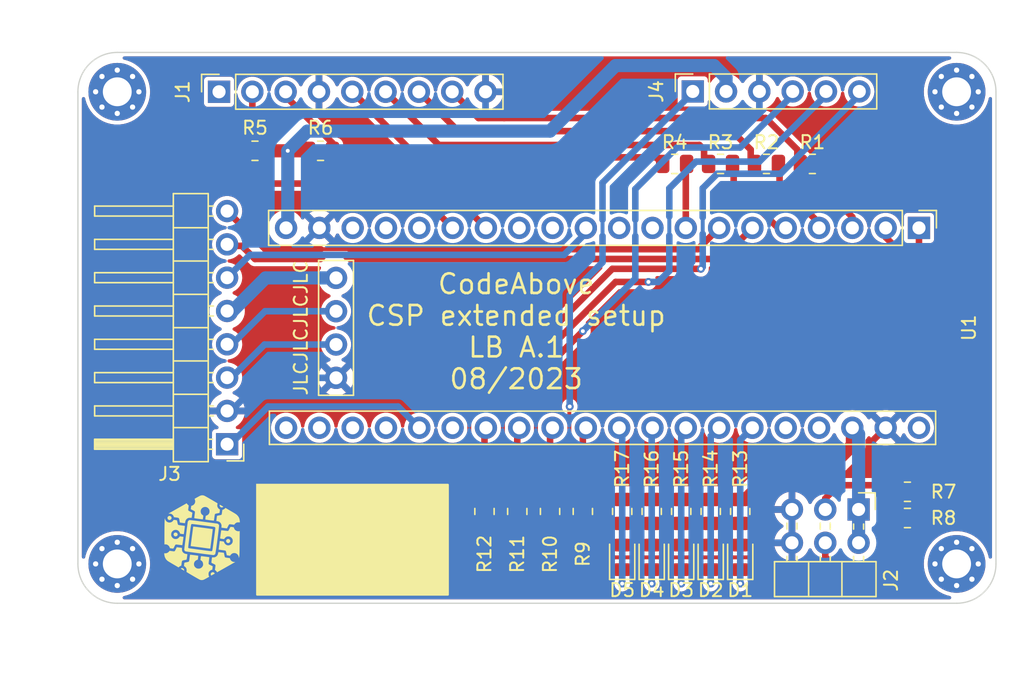
<source format=kicad_pcb>
(kicad_pcb (version 20211014) (generator pcbnew)
  (layers (0 "F.Cu" signal) (31 "B.Cu" signal) (34 "B.Paste" user) (35 "F.Paste" user) (36 "B.SilkS" user "B.Silkscreen") (37 "F.SilkS" user "F.Silkscreen") (38 "B.Mask" user) (39 "F.Mask" user) (44 "Edge.Cuts" user))
  (net 0 "")
  (net 1 "GND")
  (net 2 "+3.3V")
  (net 3 "LED_1")
  (net 4 "Net-(D1-Pad2)")
  (net 5 "LED_2")
  (net 6 "Net-(D2-Pad2)")
  (net 7 "LED_3")
  (net 8 "Net-(D3-Pad2)")
  (net 9 "LED_4")
  (net 10 "Net-(D4-Pad2)")
  (net 11 "LED_5")
  (net 12 "Net-(D5-Pad2)")
  (net 14 "I2C_SDA")
  (net 15 "I2C_SCL")
  (net 16 "Net-(J1-Pad5)")
  (net 17 "Net-(J1-Pad6)")
  (net 18 "Net-(J1-Pad7)")
  (net 19 "Net-(J1-Pad8)")
  (net 20 "Net-(J2-Pad3)")
  (net 21 "Net-(J2-Pad4)")
  (net 22 "NRST")
  (net 23 "SWCLK")
  (net 24 "SWDIO")
  (net 25 "SWO")
  (net 26 "DEBUG_RX")
  (net 27 "DEBUG_TX")
  (net 28 "Net-(J4-Pad1)")
  (net 29 "Net-(J4-Pad4)")
  (net 30 "Net-(J4-Pad5)")
  (net 31 "Net-(J4-Pad6)")
  (net 32 "SIG_1")
  (net 33 "SIG_2")
  (net 34 "SIG_3")
  (net 35 "SIG_4")
  (net 36 "HW_ADDR_0")
  (net 37 "HW_ADDR_1")
  (net 38 "BT_EN")
  (net 39 "BT_TXD")
  (net 40 "BT_RXD")
  (net 41 "BT_STATE")
  (footprint "Resistor_SMD:R_0805_2012Metric" (layer "F.Cu") (at 156 95 -90)
    (fp_text reference "R10" (at 3.25 0 90) (layer "F.SilkS"))
    (fp_text value "R")
    (pad "1" smd roundrect (at -0.9125 0 270) (size 1.025 1.4) (layers "F.Cu" "F.Paste" "F.Mask") (roundrect_rratio 0.243902439) (net 39 "BT_TXD"))
    (pad "2" smd roundrect (at 0.9125 0 270) (size 1.025 1.4) (layers "F.Cu" "F.Paste" "F.Mask") (roundrect_rratio 0.243902439) (net 29 "Net-(J4-Pad4)"))
  )
  (footprint "Resistor_SMD:R_0805_2012Metric" (layer "F.Cu") (at 170.5 95 90)
    (fp_text reference "R13" (at 3.25 0 90) (layer "F.SilkS"))
    (fp_text value "1.5K")
    (pad "1" smd roundrect (at -0.9125 0 90) (size 1.025 1.4) (layers "F.Cu" "F.Paste" "F.Mask") (roundrect_rratio 0.243902439) (net 4 "Net-(D1-Pad2)"))
    (pad "2" smd roundrect (at 0.9125 0 90) (size 1.025 1.4) (layers "F.Cu" "F.Paste" "F.Mask") (roundrect_rratio 0.243902439) (net 2 "+3.3V"))
  )
  (footprint "Resistor_SMD:R_0805_2012Metric" (layer "F.Cu") (at 158.5 95 -90)
    (fp_text reference "R9" (at 3.25 0 -90) (layer "F.SilkS"))
    (fp_text value "R")
    (pad "1" smd roundrect (at -0.9125 0 270) (size 1.025 1.4) (layers "F.Cu" "F.Paste" "F.Mask") (roundrect_rratio 0.243902439) (net 38 "BT_EN"))
    (pad "2" smd roundrect (at 0.9125 0 270) (size 1.025 1.4) (layers "F.Cu" "F.Paste" "F.Mask") (roundrect_rratio 0.243902439) (net 28 "Net-(J4-Pad1)"))
  )
  (footprint "Resistor_SMD:R_0805_2012Metric" (layer "F.Cu") (at 163.75 95 90)
    (fp_text reference "R16" (at 3.25 0 90) (layer "F.SilkS"))
    (fp_text value "1.5K")
    (pad "1" smd roundrect (at -0.9125 0 90) (size 1.025 1.4) (layers "F.Cu" "F.Paste" "F.Mask") (roundrect_rratio 0.243902439) (net 10 "Net-(D4-Pad2)"))
    (pad "2" smd roundrect (at 0.9125 0 90) (size 1.025 1.4) (layers "F.Cu" "F.Paste" "F.Mask") (roundrect_rratio 0.243902439) (net 2 "+3.3V"))
  )
  (footprint "Resistor_SMD:R_0805_2012Metric" (layer "F.Cu") (at 169 68.5)
    (fp_text reference "R3" (at 0 -1.65) (layer "F.SilkS"))
    (fp_text value "R")
    (pad "1" smd roundrect (at -0.9125 0) (size 1.025 1.4) (layers "F.Cu" "F.Paste" "F.Mask") (roundrect_rratio 0.243902439) (net 17 "Net-(J1-Pad6)"))
    (pad "2" smd roundrect (at 0.9125 0) (size 1.025 1.4) (layers "F.Cu" "F.Paste" "F.Mask") (roundrect_rratio 0.243902439) (net 34 "SIG_3"))
  )
  (footprint "Connector_PinSocket_2.54mm:PinSocket_1x06_P2.54mm_Vertical" (layer "F.Cu") (at 166.88 62.975 90)
    (fp_text reference "J4" (at 0 -2.77 90) (layer "F.SilkS"))
    (fp_text value "HC-05")
    (pad "1" thru_hole rect (at 0 0 90) (size 1.7 1.7) (drill 1) (layers *.Cu *.Mask) (net 28 "Net-(J4-Pad1)"))
    (pad "2" thru_hole oval (at 0 2.54 90) (size 1.7 1.7) (drill 1) (layers *.Cu *.Mask) (net 2 "+3.3V"))
    (pad "3" thru_hole oval (at 0 5.08 90) (size 1.7 1.7) (drill 1) (layers *.Cu *.Mask) (net 1 "GND"))
    (pad "4" thru_hole oval (at 0 7.62 90) (size 1.7 1.7) (drill 1) (layers *.Cu *.Mask) (net 29 "Net-(J4-Pad4)"))
    (pad "5" thru_hole oval (at 0 10.16 90) (size 1.7 1.7) (drill 1) (layers *.Cu *.Mask) (net 30 "Net-(J4-Pad5)"))
    (pad "6" thru_hole oval (at 0 12.7 90) (size 1.7 1.7) (drill 1) (layers *.Cu *.Mask) (net 31 "Net-(J4-Pad6)"))
  )
  (footprint "MountingHole:MountingHole_2.2mm_M2_Pad_Via" (layer "F.Cu") (at 187 99)
    (fp_text reference "H4" hide)
    (fp_text value "MountingHole")
    (pad "1" thru_hole circle (at 0 0) (size 4.4 4.4) (drill 2.2) (layers *.Cu *.Mask))
    (pad "1" thru_hole circle (at -1.166726 -1.166726) (size 0.7 0.7) (drill 0.4) (layers *.Cu *.Mask))
    (pad "1" thru_hole circle (at 1.166726 1.166726) (size 0.7 0.7) (drill 0.4) (layers *.Cu *.Mask))
    (pad "1" thru_hole circle (at 0 -1.65) (size 0.7 0.7) (drill 0.4) (layers *.Cu *.Mask))
    (pad "1" thru_hole circle (at 1.166726 -1.166726) (size 0.7 0.7) (drill 0.4) (layers *.Cu *.Mask))
    (pad "1" thru_hole circle (at 1.65 0) (size 0.7 0.7) (drill 0.4) (layers *.Cu *.Mask))
    (pad "1" thru_hole circle (at -1.166726 1.166726) (size 0.7 0.7) (drill 0.4) (layers *.Cu *.Mask))
    (pad "1" thru_hole circle (at -1.65 0) (size 0.7 0.7) (drill 0.4) (layers *.Cu *.Mask))
    (pad "1" thru_hole circle (at 0 1.65) (size 0.7 0.7) (drill 0.4) (layers *.Cu *.Mask))
  )
  (footprint "LED_SMD:LED_0805_2012Metric" (layer "F.Cu") (at 163.75 98.5 90)
    (fp_text reference "D4" (at -2.5 0 180) (layer "F.SilkS"))
    (fp_text value "LED")
    (pad "1" smd roundrect (at -0.9375 0 90) (size 0.975 1.4) (layers "F.Cu" "F.Paste" "F.Mask") (net 9 "LED_4"))
    (pad "2" smd roundrect (at 0.9375 0 90) (size 0.975 1.4) (layers "F.Cu" "F.Paste" "F.Mask") (net 10 "Net-(D4-Pad2)"))
  )
  (footprint "Connector_PinHeader_2.54mm:PinHeader_2x03_P2.54mm_Horizontal" (layer "F.Cu") (at 179.525 94.85 -90)
    (fp_text reference "J2" (at 5.4 -2.475 90) (layer "F.SilkS"))
    (fp_text value "HARDWARE_ADDRESS")
    (pad "1" thru_hole rect (at 0 0 270) (size 1.7 1.7) (drill 1) (layers *.Cu *.Mask) (net 2 "+3.3V"))
    (pad "2" thru_hole oval (at 2.54 0 270) (size 1.7 1.7) (drill 1) (layers *.Cu *.Mask) (net 2 "+3.3V"))
    (pad "3" thru_hole oval (at 0 2.54 270) (size 1.7 1.7) (drill 1) (layers *.Cu *.Mask) (net 20 "Net-(J2-Pad3)"))
    (pad "4" thru_hole oval (at 2.54 2.54 270) (size 1.7 1.7) (drill 1) (layers *.Cu *.Mask) (net 21 "Net-(J2-Pad4)"))
    (pad "5" thru_hole oval (at 0 5.08 270) (size 1.7 1.7) (drill 1) (layers *.Cu *.Mask) (net 1 "GND"))
    (pad "6" thru_hole oval (at 2.54 5.08 270) (size 1.7 1.7) (drill 1) (layers *.Cu *.Mask) (net 1 "GND"))
  )
  (footprint "MountingHole:MountingHole_2.2mm_M2_Pad_Via" (layer "F.Cu") (at 123 99)
    (fp_text reference "H2" hide)
    (fp_text value "MountingHole")
    (pad "1" thru_hole circle (at 1.65 0) (size 0.7 0.7) (drill 0.4) (layers *.Cu *.Mask))
    (pad "1" thru_hole circle (at 1.166726 1.166726) (size 0.7 0.7) (drill 0.4) (layers *.Cu *.Mask))
    (pad "1" thru_hole circle (at 0 -1.65) (size 0.7 0.7) (drill 0.4) (layers *.Cu *.Mask))
    (pad "1" thru_hole circle (at -1.166726 -1.166726) (size 0.7 0.7) (drill 0.4) (layers *.Cu *.Mask))
    (pad "1" thru_hole circle (at 0 0) (size 4.4 4.4) (drill 2.2) (layers *.Cu *.Mask))
    (pad "1" thru_hole circle (at 1.166726 -1.166726) (size 0.7 0.7) (drill 0.4) (layers *.Cu *.Mask))
    (pad "1" thru_hole circle (at -1.166726 1.166726) (size 0.7 0.7) (drill 0.4) (layers *.Cu *.Mask))
    (pad "1" thru_hole circle (at 0 1.65) (size 0.7 0.7) (drill 0.4) (layers *.Cu *.Mask))
    (pad "1" thru_hole circle (at -1.65 0) (size 0.7 0.7) (drill 0.4) (layers *.Cu *.Mask))
  )
  (footprint "Resistor_SMD:R_0805_2012Metric" (layer "F.Cu") (at 183.25 95.5)
    (fp_text reference "R8" (at 2.75 0) (layer "F.SilkS"))
    (fp_text value "R")
    (pad "1" smd roundrect (at -0.9125 0) (size 1.025 1.4) (layers "F.Cu" "F.Paste" "F.Mask") (roundrect_rratio 0.243902439) (net 21 "Net-(J2-Pad4)"))
    (pad "2" smd roundrect (at 0.9125 0) (size 1.025 1.4) (layers "F.Cu" "F.Paste" "F.Mask") (roundrect_rratio 0.243902439) (net 36 "HW_ADDR_0"))
  )
  (footprint "Resistor_SMD:R_0805_2012Metric" (layer "F.Cu") (at 153.5 95 -90)
    (fp_text reference "R11" (at 3.25 0 90) (layer "F.SilkS"))
    (fp_text value "R")
    (pad "1" smd roundrect (at -0.9125 0 270) (size 1.025 1.4) (layers "F.Cu" "F.Paste" "F.Mask") (roundrect_rratio 0.243902439) (net 40 "BT_RXD"))
    (pad "2" smd roundrect (at 0.9125 0 270) (size 1.025 1.4) (layers "F.Cu" "F.Paste" "F.Mask") (roundrect_rratio 0.243902439) (net 30 "Net-(J4-Pad5)"))
  )
  (footprint "Connector_PinSocket_2.54mm:PinSocket_1x09_P2.54mm_Vertical" (layer "F.Cu") (at 130.76 63 90)
    (fp_text reference "J1" (at 0 -2.77 90) (layer "F.SilkS"))
    (fp_text value "NETWORK")
    (pad "1" thru_hole rect (at 0 0 90) (size 1.7 1.7) (drill 1) (layers *.Cu *.Mask))
    (pad "2" thru_hole oval (at 0 2.54 90) (size 1.7 1.7) (drill 1) (layers *.Cu *.Mask) (net 14 "I2C_SDA"))
    (pad "3" thru_hole oval (at 0 5.08 90) (size 1.7 1.7) (drill 1) (layers *.Cu *.Mask) (net 15 "I2C_SCL"))
    (pad "4" thru_hole oval (at 0 7.62 90) (size 1.7 1.7) (drill 1) (layers *.Cu *.Mask) (net 1 "GND"))
    (pad "5" thru_hole oval (at 0 10.16 90) (size 1.7 1.7) (drill 1) (layers *.Cu *.Mask) (net 16 "Net-(J1-Pad5)"))
    (pad "6" thru_hole oval (at 0 12.7 90) (size 1.7 1.7) (drill 1) (layers *.Cu *.Mask) (net 17 "Net-(J1-Pad6)"))
    (pad "7" thru_hole oval (at 0 15.24 90) (size 1.7 1.7) (drill 1) (layers *.Cu *.Mask) (net 18 "Net-(J1-Pad7)"))
    (pad "8" thru_hole oval (at 0 17.78 90) (size 1.7 1.7) (drill 1) (layers *.Cu *.Mask) (net 19 "Net-(J1-Pad8)"))
    (pad "9" thru_hole oval (at 0 20.32 90) (size 1.7 1.7) (drill 1) (layers *.Cu *.Mask) (net 1 "GND"))
  )
  (footprint "MountingHole:MountingHole_2.2mm_M2_Pad_Via" (layer "F.Cu") (at 123 63)
    (fp_text reference "H1" hide)
    (fp_text value "MountingHole")
    (pad "1" thru_hole circle (at 1.166726 1.166726) (size 0.7 0.7) (drill 0.4) (layers *.Cu *.Mask))
    (pad "1" thru_hole circle (at 1.166726 -1.166726) (size 0.7 0.7) (drill 0.4) (layers *.Cu *.Mask))
    (pad "1" thru_hole circle (at 0 -1.65) (size 0.7 0.7) (drill 0.4) (layers *.Cu *.Mask))
    (pad "1" thru_hole circle (at 0 0) (size 4.4 4.4) (drill 2.2) (layers *.Cu *.Mask))
    (pad "1" thru_hole circle (at -1.166726 1.166726) (size 0.7 0.7) (drill 0.4) (layers *.Cu *.Mask))
    (pad "1" thru_hole circle (at -1.166726 -1.166726) (size 0.7 0.7) (drill 0.4) (layers *.Cu *.Mask))
    (pad "1" thru_hole circle (at -1.65 0) (size 0.7 0.7) (drill 0.4) (layers *.Cu *.Mask))
    (pad "1" thru_hole circle (at 0 1.65) (size 0.7 0.7) (drill 0.4) (layers *.Cu *.Mask))
    (pad "1" thru_hole circle (at 1.65 0) (size 0.7 0.7) (drill 0.4) (layers *.Cu *.Mask))
  )
  (footprint "Resistor_SMD:R_0805_2012Metric" (layer "F.Cu") (at 176 68.5)
    (fp_text reference "R1" (at 0 -1.65) (layer "F.SilkS"))
    (fp_text value "R")
    (pad "1" smd roundrect (at -0.9125 0) (size 1.025 1.4) (layers "F.Cu" "F.Paste" "F.Mask") (roundrect_rratio 0.243902439) (net 19 "Net-(J1-Pad8)"))
    (pad "2" smd roundrect (at 0.9125 0) (size 1.025 1.4) (layers "F.Cu" "F.Paste" "F.Mask") (roundrect_rratio 0.243902439) (net 32 "SIG_1"))
  )
  (footprint "CodeAbove:Logo_7x7mm" (layer "F.Cu") (at 129.5 97.028)
    (fp_text reference "G***" hide)
    (fp_text value "LOGO" hide)
  )
  (footprint "Resistor_SMD:R_0805_2012Metric" (layer "F.Cu") (at 183.25 93.5 180)
    (fp_text reference "R7" (at -2.75 0) (layer "F.SilkS"))
    (fp_text value "R")
    (pad "1" smd roundrect (at -0.9125 0 180) (size 1.025 1.4) (layers "F.Cu" "F.Paste" "F.Mask") (roundrect_rratio 0.243902439) (net 37 "HW_ADDR_1"))
    (pad "2" smd roundrect (at 0.9125 0 180) (size 1.025 1.4) (layers "F.Cu" "F.Paste" "F.Mask") (roundrect_rratio 0.243902439) (net 20 "Net-(J2-Pad3)"))
  )
  (footprint "Resistor_SMD:R_0805_2012Metric" (layer "F.Cu") (at 168.25 95 90)
    (fp_text reference "R14" (at 3.25 0 90) (layer "F.SilkS"))
    (fp_text value "1.5K")
    (pad "1" smd roundrect (at -0.9125 0 90) (size 1.025 1.4) (layers "F.Cu" "F.Paste" "F.Mask") (roundrect_rratio 0.243902439) (net 6 "Net-(D2-Pad2)"))
    (pad "2" smd roundrect (at 0.9125 0 90) (size 1.025 1.4) (layers "F.Cu" "F.Paste" "F.Mask") (roundrect_rratio 0.243902439) (net 2 "+3.3V"))
  )
  (footprint "Kicad-STM32:YAAJ_WeAct_BlackPill_SWD_2" (layer "F.Cu") (at 184.13 73.38 -90)
    (fp_text reference "U1" (at 7.62 -3.81 90) (layer "F.SilkS"))
    (fp_text value "YAAJ_WeAct_BlackPill_Part_Like_SWD_Breakout" hide)
    (pad "1" thru_hole rect (at 0 0 270) (size 1.7 1.7) (drill 1) (layers *.Cu *.Mask) (net 36 "HW_ADDR_0"))
    (pad "2" thru_hole circle (at 0 2.54 270) (size 1.7 1.7) (drill 1) (layers *.Cu *.Mask) (net 37 "HW_ADDR_1"))
    (pad "3" thru_hole circle (at 0 5.08 270) (size 1.7 1.7) (drill 1) (layers *.Cu *.Mask) (net 32 "SIG_1"))
    (pad "4" thru_hole circle (at 0 7.62 270) (size 1.7 1.7) (drill 1) (layers *.Cu *.Mask) (net 33 "SIG_2"))
    (pad "5" thru_hole circle (at 0 10.16 270) (size 1.7 1.7) (drill 1) (layers *.Cu *.Mask) (net 34 "SIG_3"))
    (pad "6" thru_hole circle (at 0 12.7 270) (size 1.7 1.7) (drill 1) (layers *.Cu *.Mask) (net 27 "DEBUG_TX"))
    (pad "7" thru_hole circle (at 0 15.24 270) (size 1.7 1.7) (drill 1) (layers *.Cu *.Mask) (net 26 "DEBUG_RX"))
    (pad "8" thru_hole circle (at 0 17.78 270) (size 1.7 1.7) (drill 1) (layers *.Cu *.Mask) (net 35 "SIG_4"))
    (pad "9" thru_hole circle (at 0 20.32 270) (size 1.7 1.7) (drill 1) (layers *.Cu *.Mask))
    (pad "10" thru_hole circle (at 0 22.86 270) (size 1.7 1.7) (drill 1) (layers *.Cu *.Mask))
    (pad "11" thru_hole circle (at 0 25.4 270) (size 1.7 1.7) (drill 1) (layers *.Cu *.Mask) (net 25 "SWO"))
    (pad "12" thru_hole circle (at 0 27.94 270) (size 1.7 1.7) (drill 1) (layers *.Cu *.Mask))
    (pad "13" thru_hole circle (at 0 30.48 270) (size 1.7 1.7) (drill 1) (layers *.Cu *.Mask))
    (pad "14" thru_hole circle (at 0 33.02 270) (size 1.7 1.7) (drill 1) (layers *.Cu *.Mask) (net 15 "I2C_SCL"))
    (pad "15" thru_hole circle (at 0 35.56 270) (size 1.7 1.7) (drill 1) (layers *.Cu *.Mask) (net 14 "I2C_SDA"))
    (pad "16" thru_hole circle (at 0 38.1 270) (size 1.7 1.7) (drill 1) (layers *.Cu *.Mask))
    (pad "17" thru_hole circle (at 0 40.64 270) (size 1.7 1.7) (drill 1) (layers *.Cu *.Mask))
    (pad "18" thru_hole circle (at 0 43.18 270) (size 1.7 1.7) (drill 1) (layers *.Cu *.Mask))
    (pad "19" thru_hole circle (at 0 45.72 270) (size 1.7 1.7) (drill 1) (layers *.Cu *.Mask) (net 1 "GND"))
    (pad "20" thru_hole circle (at 0 48.26 270) (size 1.7 1.7) (drill 1) (layers *.Cu *.Mask) (net 2 "+3.3V"))
    (pad "21" thru_hole circle (at 15.24 48.26 270) (size 1.7 1.7) (drill 1) (layers *.Cu *.Mask))
    (pad "22" thru_hole circle (at 15.24 45.72 270) (size 1.7 1.7) (drill 1) (layers *.Cu *.Mask))
    (pad "23" thru_hole circle (at 15.24 43.18 270) (size 1.7 1.7) (drill 1) (layers *.Cu *.Mask))
    (pad "24" thru_hole circle (at 15.24 40.64 270) (size 1.7 1.7) (drill 1) (layers *.Cu *.Mask))
    (pad "25" thru_hole circle (at 15.24 38.1 270) (size 1.7 1.7) (drill 1) (layers *.Cu *.Mask) (net 22 "NRST"))
    (pad "26" thru_hole circle (at 15.24 35.56 270) (size 1.7 1.7) (drill 1) (layers *.Cu *.Mask))
    (pad "27" thru_hole circle (at 15.24 33.02 270) (size 1.7 1.7) (drill 1) (layers *.Cu *.Mask) (net 41 "BT_STATE"))
    (pad "28" thru_hole circle (at 15.24 30.48 270) (size 1.7 1.7) (drill 1) (layers *.Cu *.Mask) (net 40 "BT_RXD"))
    (pad "29" thru_hole circle (at 15.24 27.94 270) (size 1.7 1.7) (drill 1) (layers *.Cu *.Mask) (net 39 "BT_TXD"))
    (pad "30" thru_hole circle (at 15.24 25.4 270) (size 1.7 1.7) (drill 1) (layers *.Cu *.Mask) (net 38 "BT_EN"))
    (pad "31" thru_hole circle (at 15.24 22.86 270) (size 1.7 1.7) (drill 1) (layers *.Cu *.Mask) (net 11 "LED_5"))
    (pad "32" thru_hole circle (at 15.24 20.32 270) (size 1.7 1.7) (drill 1) (layers *.Cu *.Mask) (net 9 "LED_4"))
    (pad "33" thru_hole circle (at 15.24 17.78 270) (size 1.7 1.7) (drill 1) (layers *.Cu *.Mask) (net 7 "LED_3"))
    (pad "34" thru_hole circle (at 15.24 15.24 270) (size 1.7 1.7) (drill 1) (layers *.Cu *.Mask) (net 5 "LED_2"))
    (pad "35" thru_hole circle (at 15.24 12.7 270) (size 1.7 1.7) (drill 1) (layers *.Cu *.Mask) (net 3 "LED_1"))
    (pad "36" thru_hole circle (at 15.24 10.16 270) (size 1.7 1.7) (drill 1) (layers *.Cu *.Mask))
    (pad "37" thru_hole circle (at 15.24 7.62 270) (size 1.7 1.7) (drill 1) (layers *.Cu *.Mask))
    (pad "38" thru_hole circle (at 15.24 5.08 270) (size 1.7 1.7) (drill 1) (layers *.Cu *.Mask) (net 2 "+3.3V"))
    (pad "39" thru_hole circle (at 15.24 2.54 270) (size 1.7 1.7) (drill 1) (layers *.Cu *.Mask) (net 1 "GND"))
    (pad "40" thru_hole circle (at 15.24 0 270) (size 1.7 1.7) (drill 1) (layers *.Cu *.Mask))
    (pad "41" thru_hole circle (at 11.432 44.449 270) (size 1.7 1.7) (drill 1) (layers *.Cu *.Mask) (net 1 "GND"))
    (pad "42" thru_hole circle (at 8.892 44.449 270) (size 1.7 1.7) (drill 1) (layers *.Cu *.Mask) (net 23 "SWCLK"))
    (pad "43" thru_hole circle (at 6.352 44.449 270) (size 1.7 1.7) (drill 1) (layers *.Cu *.Mask) (net 24 "SWDIO"))
    (pad "44" thru_hole circle (at 3.812 44.449 270) (size 1.7 1.7) (drill 1) (layers *.Cu *.Mask) (net 2 "+3.3V"))
  )
  (footprint "LED_SMD:LED_0805_2012Metric" (layer "F.Cu") (at 168.25 98.5 90)
    (fp_text reference "D2" (at -2.5 0 180) (layer "F.SilkS"))
    (fp_text value "LED")
    (pad "1" smd roundrect (at -0.9375 0 90) (size 0.975 1.4) (layers "F.Cu" "F.Paste" "F.Mask") (net 5 "LED_2"))
    (pad "2" smd roundrect (at 0.9375 0 90) (size 0.975 1.4) (layers "F.Cu" "F.Paste" "F.Mask") (net 6 "Net-(D2-Pad2)"))
  )
  (footprint "LED_SMD:LED_0805_2012Metric" (layer "F.Cu") (at 170.5 98.5 90)
    (fp_text reference "D1" (at -2.5 0) (layer "F.SilkS"))
    (fp_text value "LED")
    (pad "1" smd roundrect (at -0.9375 0 90) (size 0.975 1.4) (layers "F.Cu" "F.Paste" "F.Mask") (net 3 "LED_1"))
    (pad "2" smd roundrect (at 0.9375 0 90) (size 0.975 1.4) (layers "F.Cu" "F.Paste" "F.Mask") (net 4 "Net-(D1-Pad2)"))
  )
  (footprint "Resistor_SMD:R_0805_2012Metric" (layer "F.Cu") (at 161.5 95 90)
    (fp_text reference "R17" (at 3.25 0 90) (layer "F.SilkS"))
    (fp_text value "1.5K")
    (pad "1" smd roundrect (at -0.9125 0 90) (size 1.025 1.4) (layers "F.Cu" "F.Paste" "F.Mask") (roundrect_rratio 0.243902439) (net 12 "Net-(D5-Pad2)"))
    (pad "2" smd roundrect (at 0.9125 0 90) (size 1.025 1.4) (layers "F.Cu" "F.Paste" "F.Mask") (roundrect_rratio 0.243902439) (net 2 "+3.3V"))
  )
  (footprint "Resistor_SMD:R_0805_2012Metric" (layer "F.Cu") (at 165.5 68.5)
    (fp_text reference "R4" (at 0 -1.65) (layer "F.SilkS"))
    (fp_text value "R")
    (pad "1" smd roundrect (at -0.9125 0) (size 1.025 1.4) (layers "F.Cu" "F.Paste" "F.Mask") (roundrect_rratio 0.243902439) (net 16 "Net-(J1-Pad5)"))
    (pad "2" smd roundrect (at 0.9125 0) (size 1.025 1.4) (layers "F.Cu" "F.Paste" "F.Mask") (roundrect_rratio 0.243902439) (net 35 "SIG_4"))
  )
  (footprint "Resistor_SMD:R_0805_2012Metric" (layer "F.Cu") (at 133.5 67.5 180)
    (fp_text reference "R5" (at 0 1.75) (layer "F.SilkS"))
    (fp_text value "R")
    (pad "1" smd roundrect (at -0.9125 0 180) (size 1.025 1.4) (layers "F.Cu" "F.Paste" "F.Mask") (roundrect_rratio 0.243902439) (net 2 "+3.3V"))
    (pad "2" smd roundrect (at 0.9125 0 180) (size 1.025 1.4) (layers "F.Cu" "F.Paste" "F.Mask") (roundrect_rratio 0.243902439) (net 14 "I2C_SDA"))
  )
  (footprint "Resistor_SMD:R_0805_2012Metric" (layer "F.Cu") (at 172.5 68.5)
    (fp_text reference "R2" (at 0 -1.65) (layer "F.SilkS"))
    (fp_text value "R")
    (pad "1" smd roundrect (at -0.9125 0) (size 1.025 1.4) (layers "F.Cu" "F.Paste" "F.Mask") (roundrect_rratio 0.243902439) (net 18 "Net-(J1-Pad7)"))
    (pad "2" smd roundrect (at 0.9125 0) (size 1.025 1.4) (layers "F.Cu" "F.Paste" "F.Mask") (roundrect_rratio 0.243902439) (net 33 "SIG_2"))
  )
  (footprint "Resistor_SMD:R_0805_2012Metric" (layer "F.Cu") (at 166 95 90)
    (fp_text reference "R15" (at 3.25 0 90) (layer "F.SilkS"))
    (fp_text value "1.5K")
    (pad "1" smd roundrect (at -0.9125 0 90) (size 1.025 1.4) (layers "F.Cu" "F.Paste" "F.Mask") (roundrect_rratio 0.243902439) (net 8 "Net-(D3-Pad2)"))
    (pad "2" smd roundrect (at 0.9125 0 90) (size 1.025 1.4) (layers "F.Cu" "F.Paste" "F.Mask") (roundrect_rratio 0.243902439) (net 2 "+3.3V"))
  )
  (footprint "Resistor_SMD:R_0805_2012Metric" (layer "F.Cu") (at 138.5 67.5 180)
    (fp_text reference "R6" (at 0 1.75) (layer "F.SilkS"))
    (fp_text value "R")
    (pad "1" smd roundrect (at -0.9125 0 180) (size 1.025 1.4) (layers "F.Cu" "F.Paste" "F.Mask") (roundrect_rratio 0.243902439) (net 15 "I2C_SCL"))
    (pad "2" smd roundrect (at 0.9125 0 180) (size 1.025 1.4) (layers "F.Cu" "F.Paste" "F.Mask") (roundrect_rratio 0.243902439) (net 2 "+3.3V"))
  )
  (footprint "Resistor_SMD:R_0805_2012Metric" (layer "F.Cu") (at 151 95 -90)
    (fp_text reference "R12" (at 3.25 0 90) (layer "F.SilkS"))
    (fp_text value "R")
    (pad "1" smd roundrect (at -0.9125 0 270) (size 1.025 1.4) (layers "F.Cu" "F.Paste" "F.Mask") (roundrect_rratio 0.243902439) (net 41 "BT_STATE"))
    (pad "2" smd roundrect (at 0.9125 0 270) (size 1.025 1.4) (layers "F.Cu" "F.Paste" "F.Mask") (roundrect_rratio 0.243902439) (net 31 "Net-(J4-Pad6)"))
  )
  (footprint "LED_SMD:LED_0805_2012Metric" (layer "F.Cu") (at 166 98.5 90)
    (fp_text reference "D3" (at -2.5 0 180) (layer "F.SilkS"))
    (fp_text value "LED")
    (pad "1" smd roundrect (at -0.9375 0 90) (size 0.975 1.4) (layers "F.Cu" "F.Paste" "F.Mask") (net 7 "LED_3"))
    (pad "2" smd roundrect (at 0.9375 0 90) (size 0.975 1.4) (layers "F.Cu" "F.Paste" "F.Mask") (net 8 "Net-(D3-Pad2)"))
  )
  (footprint "MountingHole:MountingHole_2.2mm_M2_Pad_Via" (layer "F.Cu") (at 187 63)
    (fp_text reference "H3" hide)
    (fp_text value "MountingHole")
    (pad "1" thru_hole circle (at -1.166726 -1.166726) (size 0.7 0.7) (drill 0.4) (layers *.Cu *.Mask))
    (pad "1" thru_hole circle (at 1.166726 1.166726) (size 0.7 0.7) (drill 0.4) (layers *.Cu *.Mask))
    (pad "1" thru_hole circle (at -1.65 0) (size 0.7 0.7) (drill 0.4) (layers *.Cu *.Mask))
    (pad "1" thru_hole circle (at 0 -1.65) (size 0.7 0.7) (drill 0.4) (layers *.Cu *.Mask))
    (pad "1" thru_hole circle (at 0 1.65) (size 0.7 0.7) (drill 0.4) (layers *.Cu *.Mask))
    (pad "1" thru_hole circle (at 0 0) (size 4.4 4.4) (drill 2.2) (layers *.Cu *.Mask))
    (pad "1" thru_hole circle (at -1.166726 1.166726) (size 0.7 0.7) (drill 0.4) (layers *.Cu *.Mask))
    (pad "1" thru_hole circle (at 1.166726 -1.166726) (size 0.7 0.7) (drill 0.4) (layers *.Cu *.Mask))
    (pad "1" thru_hole circle (at 1.65 0) (size 0.7 0.7) (drill 0.4) (layers *.Cu *.Mask))
  )
  (footprint "Connector_PinHeader_2.54mm:PinHeader_1x08_P2.54mm_Horizontal" (layer "F.Cu") (at 131.375 89.875 180)
    (fp_text reference "J3" (at 4.385 -2.27) (layer "F.SilkS"))
    (fp_text value "JTAG+UART")
    (pad "1" thru_hole rect (at 0 0 180) (size 1.7 1.7) (drill 1) (layers *.Cu *.Mask) (net 22 "NRST"))
    (pad "2" thru_hole oval (at 0 2.54 180) (size 1.7 1.7) (drill 1) (layers *.Cu *.Mask) (net 1 "GND"))
    (pad "3" thru_hole oval (at 0 5.08 180) (size 1.7 1.7) (drill 1) (layers *.Cu *.Mask) (net 23 "SWCLK"))
    (pad "4" thru_hole oval (at 0 7.62 180) (size 1.7 1.7) (drill 1) (layers *.Cu *.Mask) (net 24 "SWDIO"))
    (pad "5" thru_hole oval (at 0 10.16 180) (size 1.7 1.7) (drill 1) (layers *.Cu *.Mask) (net 2 "+3.3V"))
    (pad "6" thru_hole oval (at 0 12.7 180) (size 1.7 1.7) (drill 1) (layers *.Cu *.Mask) (net 25 "SWO"))
    (pad "7" thru_hole oval (at 0 15.24 180) (size 1.7 1.7) (drill 1) (layers *.Cu *.Mask) (net 27 "DEBUG_TX"))
    (pad "8" thru_hole oval (at 0 17.78 180) (size 1.7 1.7) (drill 1) (layers *.Cu *.Mask) (net 26 "DEBUG_RX"))
  )
  (footprint "LED_SMD:LED_0805_2012Metric" (layer "F.Cu") (at 161.5 98.5 90)
    (fp_text reference "D5" (at -2.5 0 180) (layer "F.SilkS"))
    (fp_text value "LED")
    (pad "1" smd roundrect (at -0.9375 0 90) (size 0.975 1.4) (layers "F.Cu" "F.Paste" "F.Mask") (net 11 "LED_5"))
    (pad "2" smd roundrect (at 0.9375 0 90) (size 0.975 1.4) (layers "F.Cu" "F.Paste" "F.Mask") (net 12 "Net-(D5-Pad2)"))
  )
  (gr_rect (start 133.662 101.346) (end 148.209 92.964) (layer "F.SilkS") (width 0.15) (fill solid))
  (gr_line locked (start 187 102) (end 123 102) (layer "Edge.Cuts") (width 0.1))
  (gr_line locked (start 120 99) (end 120 63) (layer "Edge.Cuts") (width 0.1))
  (gr_arc locked (start 123 102) (mid 120.87868 101.12132) (end 120 99) (layer "Edge.Cuts") (width 0.1))
  (gr_arc locked (start 120 63) (mid 120.87868 60.87868) (end 123 60) (layer "Edge.Cuts") (width 0.1))
  (gr_line locked (start 123 60) (end 187 60) (layer "Edge.Cuts") (width 0.1))
  (gr_arc locked (start 190 99) (mid 189.12132 101.12132) (end 187 102) (layer "Edge.Cuts") (width 0.1))
  (gr_arc locked (start 187 60) (mid 189.12132 60.87868) (end 190 63) (layer "Edge.Cuts") (width 0.1))
  (gr_line locked (start 190 63) (end 190 99) (layer "Edge.Cuts") (width 0.1))
  (gr_text "CodeAbove\nCSP extended setup\nLB A.1\n08/2023" (at 153.416 81.28) (layer "F.SilkS") (effects (font (size 1.5 1.5) (thickness 0.2))))
  (gr_text "JLCJLCJLCJLC" (at 137 81 90) (layer "F.SilkS") (effects (font (size 1 1))))
  (segment (start 134.188 84.812) (end 131.665 87.335) (width 0.5) (layer "B.Cu") (net 1))
  (segment (start 139.681 84.812) (end 134.188 84.812) (width 0.5) (layer "B.Cu") (net 1))
  (segment (start 131.665 87.335) (end 131.375 87.335) (width 0.5) (layer "B.Cu") (net 1))
  (segment (start 179.05 88.62) (end 179.05 89.95) (width 1) (layer "F.Cu") (net 2))
  (segment (start 170.9125 94.0875) (end 170 94.0875) (width 1) (layer "F.Cu") (net 2))
  (segment (start 177 92) (end 173 92) (width 1) (layer "F.Cu") (net 2))
  (segment (start 134.4125 67.5) (end 137.5875 67.5) (width 1) (layer "F.Cu") (net 2))
  (segment (start 179.05 89.95) (end 177 92) (width 1) (layer "F.Cu") (net 2))
  (segment (start 173 92) (end 170.9125 94.0875) (width 1) (layer "F.Cu") (net 2))
  (segment (start 162 94.0875) (end 170 94.0875) (width 1) (layer "F.Cu") (net 2))
  (via (at 136 67.5) (size 0.7) (drill 0.3) (layers "F.Cu" "B.Cu") (net 2))
  (segment (start 131.785 79.715) (end 131.375 79.715) (width 1) (layer "B.Cu") (net 2))
  (segment (start 168.5 61) (end 160.996 61) (width 1) (layer "B.Cu") (net 2))
  (segment (start 136 73.25) (end 136 67.5) (width 1) (layer "B.Cu") (net 2))
  (segment (start 155.996 66) (end 137.5 66) (width 1) (layer "B.Cu") (net 2))
  (segment (start 139.681 77.192) (end 134.308 77.192) (width 1) (layer "B.Cu") (net 2))
  (segment (start 169.54 62.606) (end 169.54 63) (width 1) (layer "B.Cu") (net 2))
  (segment (start 134.308 77.192) (end 131.785 79.715) (width 1) (layer "B.Cu") (net 2))
  (segment (start 137.5 66) (end 136 67.5) (width 1) (layer "B.Cu") (net 2))
  (segment (start 179.05 88.62) (end 179.525 89.095) (width 1) (layer "B.Cu") (net 2))
  (segment (start 179.525 89.095) (end 179.525 94.85) (width 1) (layer "B.Cu") (net 2))
  (segment (start 135.87 73.38) (end 136 73.25) (width 1) (layer "B.Cu") (net 2))
  (segment (start 169.42 61.92) (end 168.5 61) (width 1) (layer "B.Cu") (net 2))
  (segment (start 169.42 62.975) (end 169.42 61.92) (width 1) (layer "B.Cu") (net 2))
  (segment (start 179.525 94.85) (end 179.525 97.39) (width 1) (layer "B.Cu") (net 2))
  (segment (start 160.996 61) (end 155.996 66) (width 1) (layer "B.Cu") (net 2))
  (segment (start 170.5 99.4375) (end 170.5 100.5) (width 0.5) (layer "F.Cu") (net 3))
  (via (at 170.5 100.5) (size 0.6) (drill 0.3) (layers "F.Cu" "B.Cu") (net 3))
  (segment (start 170.5 89.55) (end 171.43 88.62) (width 0.5) (layer "B.Cu") (net 3))
  (segment (start 170.5 100.5) (end 170.5 89.55) (width 0.5) (layer "B.Cu") (net 3))
  (segment (start 170.5 95.9125) (end 170.5 97.5625) (width 0.5) (layer "F.Cu") (net 4))
  (segment (start 168.25 99.4375) (end 168.25 100.5) (width 0.5) (layer "F.Cu") (net 5))
  (via (at 168.25 100.5) (size 0.6) (drill 0.3) (layers "F.Cu" "B.Cu") (net 5))
  (segment (start 168.25 100.5) (end 168.25 89.26) (width 0.5) (layer "B.Cu") (net 5))
  (segment (start 168.25 89.26) (end 168.89 88.62) (width 0.5) (layer "B.Cu") (net 5))
  (segment (start 168.25 95.9125) (end 168.25 97.5625) (width 0.5) (layer "F.Cu") (net 6))
  (segment (start 166 99.4375) (end 166 100.5) (width 0.5) (layer "F.Cu") (net 7))
  (via (at 166 100.5) (size 0.6) (drill 0.3) (layers "F.Cu" "B.Cu") (net 7))
  (segment (start 166.35 88.62) (end 166 88.97) (width 0.5) (layer "B.Cu") (net 7))
  (segment (start 166 88.97) (end 166 100.5) (width 0.5) (layer "B.Cu") (net 7))
  (segment (start 166 95.9125) (end 166 97.5625) (width 0.5) (layer "F.Cu") (net 8))
  (segment (start 163.75 99.4375) (end 163.75 100.5) (width 0.5) (layer "F.Cu") (net 9))
  (via (at 163.75 100.5) (size 0.6) (drill 0.3) (layers "F.Cu" "B.Cu") (net 9))
  (segment (start 163.75 88.68) (end 163.81 88.62) (width 0.5) (layer "B.Cu") (net 9))
  (segment (start 163.75 100.5) (end 163.75 88.68) (width 0.5) (layer "B.Cu") (net 9))
  (segment (start 163.75 95.9125) (end 163.75 97.5625) (width 0.5) (layer "F.Cu") (net 10))
  (segment (start 161.5 99.4375) (end 161.5 100.5) (width 0.5) (layer "F.Cu") (net 11))
  (via (at 161.5 100.5) (size 0.6) (drill 0.3) (layers "F.Cu" "B.Cu") (net 11))
  (segment (start 161.5 100.5) (end 161.5 88.85) (width 0.5) (layer "B.Cu") (net 11))
  (segment (start 161.5 88.85) (end 161.27 88.62) (width 0.5) (layer "B.Cu") (net 11))
  (segment (start 161.5 95.9125) (end 161.5 97.5625) (width 0.5) (layer "F.Cu") (net 12))
  (segment (start 132.5875 65.4125) (end 133.3 64.7) (width 0.5) (layer "F.Cu") (net 14))
  (segment (start 133.3 64.7) (end 133.3 63) (width 0.5) (layer "F.Cu") (net 14))
  (segment (start 145.19 70) (end 133.5 70) (width 0.5) (layer "F.Cu") (net 14))
  (segment (start 148.57 73.38) (end 145.19 70) (width 0.5) (layer "F.Cu") (net 14))
  (segment (start 132.5875 67.5) (end 132.5875 65.4125) (width 0.5) (layer "F.Cu") (net 14))
  (segment (start 133.5 70) (end 132.5875 69.0875) (width 0.5) (layer "F.Cu") (net 14))
  (segment (start 132.5875 69.0875) (end 132.5875 67.5) (width 0.5) (layer "F.Cu") (net 14))
  (segment (start 139.4125 67.5) (end 139.4125 66.9125) (width 0.5) (layer "F.Cu") (net 15))
  (segment (start 139.4125 66.9125) (end 135.84 63.34) (width 0.5) (layer "F.Cu") (net 15))
  (segment (start 135.84 63.34) (end 135.84 63) (width 0.5) (layer "F.Cu") (net 15))
  (segment (start 146.876 69.146) (end 141.0585 69.146) (width 0.5) (layer "F.Cu") (net 15))
  (segment (start 146.876 69.146) (end 151.11 73.38) (width 0.5) (layer "F.Cu") (net 15))
  (segment (start 141.0585 69.146) (end 139.4125 67.5) (width 0.5) (layer "F.Cu") (net 15))
  (segment (start 145.92 68) (end 164.0875 68) (width 0.5) (layer "F.Cu") (net 16))
  (segment (start 140.92 63) (end 145.92 68) (width 0.5) (layer "F.Cu") (net 16))
  (segment (start 164.0875 68) (end 164.5875 68.5) (width 0.5) (layer "F.Cu") (net 16))
  (segment (start 147.516 67.056) (end 167.386 67.056) (width 0.5) (layer "F.Cu") (net 17))
  (segment (start 167.386 67.056) (end 167.7435 67.4135) (width 0.5) (layer "F.Cu") (net 17))
  (segment (start 167.7435 67.4135) (end 167.7435 68.326) (width 0.5) (layer "F.Cu") (net 17))
  (segment (start 143.46 63) (end 147.516 67.056) (width 0.5) (layer "F.Cu") (net 17))
  (segment (start 149 66) (end 169.886 66) (width 0.5) (layer "F.Cu") (net 18))
  (segment (start 146 63) (end 149 66) (width 0.5) (layer "F.Cu") (net 18))
  (segment (start 169.886 66) (end 171.2995 67.4135) (width 0.5) (layer "F.Cu") (net 18))
  (segment (start 171.2995 67.4135) (end 171.2995 68.326) (width 0.5) (layer "F.Cu") (net 18))
  (segment (start 152.5 65) (end 172.442 65) (width 0.5) (layer "F.Cu") (net 19))
  (segment (start 174.8555 67.4135) (end 174.8555 68.326) (width 0.5) (layer "F.Cu") (net 19))
  (segment (start 172.442 65) (end 174.8555 67.4135) (width 0.5) (layer "F.Cu") (net 19))
  (segment (start 148.54 63) (end 150.54 65) (width 0.5) (layer "F.Cu") (net 19))
  (segment (start 150.54 65) (end 152.5 65) (width 0.5) (layer "F.Cu") (net 19))
  (segment (start 181.8375 93) (end 182.3375 93.5) (width 0.5) (layer "F.Cu") (net 20))
  (segment (start 178 93) (end 181.8375 93) (width 0.5) (layer "F.Cu") (net 20))
  (segment (start 176.985 94.015) (end 178 93) (width 0.5) (layer "F.Cu") (net 20))
  (segment (start 176.985 94.85) (end 176.985 94.015) (width 0.5) (layer "F.Cu") (net 20))
  (segment (start 181 99.5) (end 182.3375 98.1625) (width 0.5) (layer "F.Cu") (net 21))
  (segment (start 182.3375 98.1625) (end 182.3375 95.5) (width 0.5) (layer "F.Cu") (net 21))
  (segment (start 178 99.5) (end 181 99.5) (width 0.5) (layer "F.Cu") (net 21))
  (segment (start 176.985 97.39) (end 176.985 98.485) (width 0.5) (layer "F.Cu") (net 21))
  (segment (start 176.985 98.485) (end 178 99.5) (width 0.5) (layer "F.Cu") (net 21))
  (segment (start 134.5 87) (end 131.625 89.875) (width 0.5) (layer "B.Cu") (net 22))
  (segment (start 131.625 89.875) (end 131.375 89.875) (width 0.5) (layer "B.Cu") (net 22))
  (segment (start 146.03 88.62) (end 144.41 87) (width 0.5) (layer "B.Cu") (net 22))
  (segment (start 144.41 87) (end 134.5 87) (width 0.5) (layer "B.Cu") (net 22))
  (segment (start 134.228 82.272) (end 131.705 84.795) (width 0.5) (layer "B.Cu") (net 23))
  (segment (start 139.681 82.272) (end 134.228 82.272) (width 0.5) (layer "B.Cu") (net 23))
  (segment (start 131.705 84.795) (end 131.375 84.795) (width 0.5) (layer "B.Cu") (net 23))
  (segment (start 139.681 79.732) (end 134.268 79.732) (width 0.5) (layer "B.Cu") (net 24))
  (segment (start 134.268 79.732) (end 131.745 82.255) (width 0.5) (layer "B.Cu") (net 24))
  (segment (start 131.745 82.255) (end 131.375 82.255) (width 0.5) (layer "B.Cu") (net 24))
  (segment (start 157.062 75.438) (end 133.112 75.438) (width 0.5) (layer "B.Cu") (net 25))
  (segment (start 158.73 73.77) (end 157.062 75.438) (width 0.5) (layer "B.Cu") (net 25))
  (segment (start 158.73 73.38) (end 158.73 73.77) (width 0.5) (layer "B.Cu") (net 25))
  (segment (start 133.112 75.438) (end 131.375 77.175) (width 0.5) (layer "B.Cu") (net 25))
  (segment (start 138.5 75) (end 140.75 75) (width 0.3) (layer "F.Cu") (net 26))
  (segment (start 134.28 75) (end 138.5 75) (width 0.5) (layer "F.Cu") (net 26))
  (segment (start 168.89 73.38) (end 167.27 75) (width 0.5) (layer "F.Cu") (net 26))
  (segment (start 131.375 72.095) (end 134.28 75) (width 0.5) (layer "F.Cu") (net 26))
  (segment (start 167.27 75) (end 140.75 75) (width 0.5) (layer "F.Cu") (net 26))
  (segment (start 138.875 75.5) (end 138.625 75.75) (width 0.3) (layer "F.Cu") (net 27))
  (segment (start 138.625 75.75) (end 138.5 75.75) (width 0.3) (layer "F.Cu") (net 27))
  (segment (start 133.5 75.75) (end 132.5 74.75) (width 0.5) (layer "F.Cu") (net 27))
  (segment (start 132.5 74.75) (end 131.49 74.75) (width 0.5) (layer "F.Cu") (net 27))
  (segment (start 140.75 75.75) (end 169.06 75.75) (width 0.5) (layer "F.Cu") (net 27))
  (segment (start 140.25 75.5) (end 138.875 75.5) (width 0.3) (layer "F.Cu") (net 27))
  (segment (start 138.5 75.75) (end 133.5 75.75) (width 0.5) (layer "F.Cu") (net 27))
  (segment (start 140.75 75.75) (end 140.5 75.75) (width 0.3) (layer "F.Cu") (net 27))
  (segment (start 169.06 75.75) (end 171.43 73.38) (width 0.5) (layer "F.Cu") (net 27))
  (segment (start 140.5 75.75) (end 140.25 75.5) (width 0.3) (layer "F.Cu") (net 27))
  (segment (start 131.49 74.75) (end 131.375 74.635) (width 0.5) (layer "F.Cu") (net 27))
  (segment (start 157.25 91) (end 157.25 90) (width 0.5) (layer "F.Cu") (net 28))
  (segment (start 157.25 90) (end 157.25 89.75) (width 0.5) (layer "F.Cu") (net 28))
  (segment (start 158.5 95.9125) (end 157.25 94.6625) (width 0.5) (layer "F.Cu") (net 28))
  (segment (start 157.25 94.6625) (end 157.25 91) (width 0.5) (layer "F.Cu") (net 28))
  (segment (start 157.25 89.75) (end 157.469752 89.530248) (width 0.3) (layer "F.Cu") (net 28))
  (segment (start 157.469752 89.530248) (end 157.469752 87.030248) (width 0.3) (layer "F.Cu") (net 28))
  (segment (start 157.469752 87.030248) (end 157.5 87) (width 0.3) (layer "F.Cu") (net 28))
  (via (at 157.5 87) (size 0.6) (drill 0.3) (layers "F.Cu" "B.Cu") (net 28))
  (segment (start 160 72.75) (end 160 74) (width 0.3) (layer "B.Cu") (net 28))
  (segment (start 160 76) (end 157.5 78.5) (width 0.5) (layer "B.Cu") (net 28))
  (segment (start 157.5 78.5) (end 157.5 87) (width 0.5) (layer "B.Cu") (net 28))
  (segment (start 160 74) (end 160 76) (width 0.5) (layer "B.Cu") (net 28))
  (segment (start 160 69.939) (end 160 72.75) (width 0.5) (layer "B.Cu") (net 28))
  (segment (start 166.939 63) (end 160 69.939) (width 0.5) (layer "B.Cu") (net 28))
  (segment (start 155.4125 95.9125) (end 154.75 95.25) (width 0.5) (layer "F.Cu") (net 29))
  (segment (start 154.922135 84.827865) (end 154.922135 87.747768) (width 0.5) (layer "F.Cu") (net 29))
  (segment (start 158.5 81.25) (end 154.922135 84.827865) (width 0.5) (layer "F.Cu") (net 29))
  (segment (start 154.922135 89.577865) (end 154.922135 87.747768) (width 0.3) (layer "F.Cu") (net 29))
  (segment (start 156 95.9125) (end 155.4125 95.9125) (width 0.5) (layer "F.Cu") (net 29))
  (segment (start 154.75 95.25) (end 154.75 89.75) (width 0.5) (layer "F.Cu") (net 29))
  (segment (start 154.75 89.75) (end 154.922135 89.577865) (width 0.3) (layer "F.Cu") (net 29))
  (via (at 158.5 81.25) (size 0.6) (drill 0.3) (layers "F.Cu" "B.Cu") (net 29))
  (segment (start 170.494 67.25) (end 165.668 67.25) (width 0.5) (layer "B.Cu") (net 29))
  (segment (start 158.5 81.25) (end 162.5 77.25) (width 0.5) (layer "B.Cu") (net 29))
  (segment (start 165.668 67.25) (end 162.5 70.418) (width 0.5) (layer "B.Cu") (net 29))
  (segment (start 174.62 63.124) (end 170.494 67.25) (width 0.5) (layer "B.Cu") (net 29))
  (segment (start 162.5 70.418) (end 162.5 72.75) (width 0.5) (layer "B.Cu") (net 29))
  (segment (start 162.5 73.75) (end 162.5 74) (width 0.3) (layer "B.Cu") (net 29))
  (segment (start 162.5 77.25) (end 162.5 74) (width 0.5) (layer "B.Cu") (net 29))
  (segment (start 174.62 63) (end 174.62 63.124) (width 0.5) (layer "B.Cu") (net 29))
  (segment (start 162.5 72.75) (end 162.5 73.75) (width 0.3) (layer "B.Cu") (net 29))
  (segment (start 152.9125 95.9125) (end 152.25 95.25) (width 0.5) (layer "F.Cu") (net 30))
  (segment (start 152.404074 89.595926) (end 152.404074 87.783234) (width 0.3) (layer "F.Cu") (net 30))
  (segment (start 161 77.5) (end 152.404074 86.095926) (width 0.5) (layer "F.Cu") (net 30))
  (segment (start 152.25 95.25) (end 152.25 89.75) (width 0.5) (layer "F.Cu") (net 30))
  (segment (start 163.5 77.5) (end 161 77.5) (width 0.5) (layer "F.Cu") (net 30))
  (segment (start 152.404074 86.095926) (end 152.404074 87.783234) (width 0.5) (layer "F.Cu") (net 30))
  (segment (start 153.5 95.9125) (end 152.9125 95.9125) (width 0.5) (layer "F.Cu") (net 30))
  (segment (start 152.25 89.75) (end 152.404074 89.595926) (width 0.3) (layer "F.Cu") (net 30))
  (via (at 163.5 77.5) (size 0.6) (drill 0.3) (layers "F.Cu" "B.Cu") (net 30))
  (segment (start 167.132 68.326) (end 171.958 68.326) (width 0.5) (layer "B.Cu") (net 30))
  (segment (start 165.1 70.358) (end 165.093143 70.364857) (width 0.5) (layer "B.Cu") (net 30))
  (segment (start 165.227 70.231) (end 167.132 68.326) (width 0.5) (layer "B.Cu") (net 30))
  (segment (start 171.958 68.326) (end 177.16 63.124) (width 0.5) (layer "B.Cu") (net 30))
  (segment (start 165.1 70.358) (end 165.227 70.231) (width 0.5) (layer "B.Cu") (net 30))
  (segment (start 165.093143 72.508128) (end 165.093143 73.970101) (width 0.3) (layer "B.Cu") (net 30))
  (segment (start 165.093143 73.970101) (end 165.093143 76.656857) (width 0.5) (layer "B.Cu") (net 30))
  (segment (start 165.093143 76.656857) (end 164.25 77.5) (width 0.5) (layer "B.Cu") (net 30))
  (segment (start 177.16 63.124) (end 177.16 63) (width 0.5) (layer "B.Cu") (net 30))
  (segment (start 164.25 77.5) (end 163.5 77.5) (width 0.5) (layer "B.Cu") (net 30))
  (segment (start 165.093143 70.364857) (end 165.093143 72.508128) (width 0.5) (layer "B.Cu") (net 30))
  (segment (start 149.75 89.75) (end 149.75 95.25) (width 0.5) (layer "F.Cu") (net 31))
  (segment (start 149.75 89.75) (end 149.838725 89.661275) (width 0.3) (layer "F.Cu") (net 31))
  (segment (start 149.75 95.25) (end 150.4125 95.9125) (width 0.5) (layer "F.Cu") (net 31))
  (segment (start 149.838725 89.661275) (end 149.838725 87.795056) (width 0.3) (layer "F.Cu") (net 31))
  (segment (start 149.838725 87.411275) (end 149.838725 87.795056) (width 0.5) (layer "F.Cu") (net 31))
  (segment (start 160.75 76.5) (end 149.838725 87.411275) (width 0.5) (layer "F.Cu") (net 31))
  (segment (start 150.4125 95.9125) (end 151 95.9125) (width 0.5) (layer "F.Cu") (net 31))
  (segment (start 167.5 76.5) (end 160.75 76.5) (width 0.5) (layer "F.Cu") (net 31))
  (via (at 167.5 76.5) (size 0.6) (drill 0.3) (layers "F.Cu" "B.Cu") (net 31))
  (segment (start 167.64 72.57243) (end 167.64 73.843282) (width 0.3) (layer "B.Cu") (net 31))
  (segment (start 167.64 76.36) (end 167.64 73.843282) (width 0.5) (layer "B.Cu") (net 31))
  (segment (start 168.748 69.25) (end 173.574 69.25) (width 0.5) (layer "B.Cu") (net 31))
  (segment (start 173.574 69.25) (end 179.7 63.124) (width 0.5) (layer "B.Cu") (net 31))
  (segment (start 167.5 76.5) (end 167.64 76.36) (width 0.5) (layer "B.Cu") (net 31))
  (segment (start 167.64 70.358) (end 167.64 72.57243) (width 0.5) (layer "B.Cu") (net 31))
  (segment (start 167.64 70.358) (end 168.748 69.25) (width 0.5) (layer "B.Cu") (net 31))
  (segment (start 177 68.5875) (end 177 70.5) (width 0.5) (layer "F.Cu") (net 32))
  (segment (start 179.05 72.55) (end 179.05 73.38) (width 0.5) (layer "F.Cu") (net 32))
  (segment (start 177 70.5) (end 179.05 72.55) (width 0.5) (layer "F.Cu") (net 32))
  (segment (start 176.51 73.01) (end 176.51 73.38) (width 0.5) (layer "F.Cu") (net 33))
  (segment (start 173.5 68.5875) (end 173.5 70) (width 0.5) (layer "F.Cu") (net 33))
  (segment (start 173.5 70) (end 176.51 73.01) (width 0.5) (layer "F.Cu") (net 33))
  (segment (start 170 70) (end 173.38 73.38) (width 0.5) (layer "F.Cu") (net 34))
  (segment (start 173.38 73.38) (end 173.97 73.38) (width 0.5) (layer "F.Cu") (net 34))
  (segment (start 170 68.5875) (end 170 70) (width 0.5) (layer "F.Cu") (net 34))
  (segment (start 166.35 73.38) (end 166.35 68.6635) (width 0.5) (layer "F.Cu") (net 35))
  (segment (start 187.5 92.5) (end 187.5 78.5) (width 0.5) (layer "F.Cu") (net 36))
  (segment (start 187.5 78.5) (end 184.13 75.13) (width 0.5) (layer "F.Cu") (net 36))
  (segment (start 184.13 75.13) (end 184.13 73.38) (width 0.5) (layer "F.Cu") (net 36))
  (segment (start 184.1625 95.5) (end 184.5 95.5) (width 0.5) (layer "F.Cu") (net 36))
  (segment (start 184.5 95.5) (end 187.5 92.5) (width 0.5) (layer "F.Cu") (net 36))
  (segment (start 186.5 92) (end 186.5 79) (width 0.5) (layer "F.Cu") (net 37))
  (segment (start 181.59 74.09) (end 181.59 73.38) (width 0.5) (layer "F.Cu") (net 37))
  (segment (start 186.5 79) (end 181.59 74.09) (width 0.5) (layer "F.Cu") (net 37))
  (segment (start 185 93.5) (end 186.5 92) (width 0.5) (layer "F.Cu") (net 37))
  (segment (start 184.1625 93.5) (end 185 93.5) (width 0.5) (layer "F.Cu") (net 37))
  (segment (start 158.5 88.85) (end 158.73 88.62) (width 0.5) (layer "F.Cu") (net 38))
  (segment (start 158.5 94.0875) (end 158.5 88.85) (width 0.5) (layer "F.Cu") (net 38))
  (segment (start 156 88.81) (end 156.19 88.62) (width 0.5) (layer "F.Cu") (net 39))
  (segment (start 156 94.0875) (end 156 88.81) (width 0.5) (layer "F.Cu") (net 39))
  (segment (start 153.5 88.77) (end 153.65 88.62) (width 0.5) (layer "F.Cu") (net 40))
  (segment (start 153.5 94.0875) (end 153.5 88.77) (width 0.5) (layer "F.Cu") (net 40))
  (segment (start 151 88.73) (end 151.11 88.62) (width 0.5) (layer "F.Cu") (net 41))
  (segment (start 151 94.0875) (end 151 88.73) (width 0.5) (layer "F.Cu") (net 41))
  (zone (net 1) (net_name "GND") (layer "F.Cu") (connect_pads (clearance 0.3)) (min_thickness 0.254) (fill yes (thermal_gap 0.508) (thermal_bridge_width 0.508))
    (polygon (pts (xy 190 102) (xy 120 102) (xy 120 60) (xy 190 60)))
  )
  (zone (net 1) (net_name "GND") (layer "B.Cu") (connect_pads (clearance 0.3)) (min_thickness 0.254) (fill yes (thermal_gap 0.508) (thermal_bridge_width 0.508))
    (polygon (pts (xy 190 102) (xy 120 102) (xy 120 60) (xy 190 60)))
  )
)
</source>
